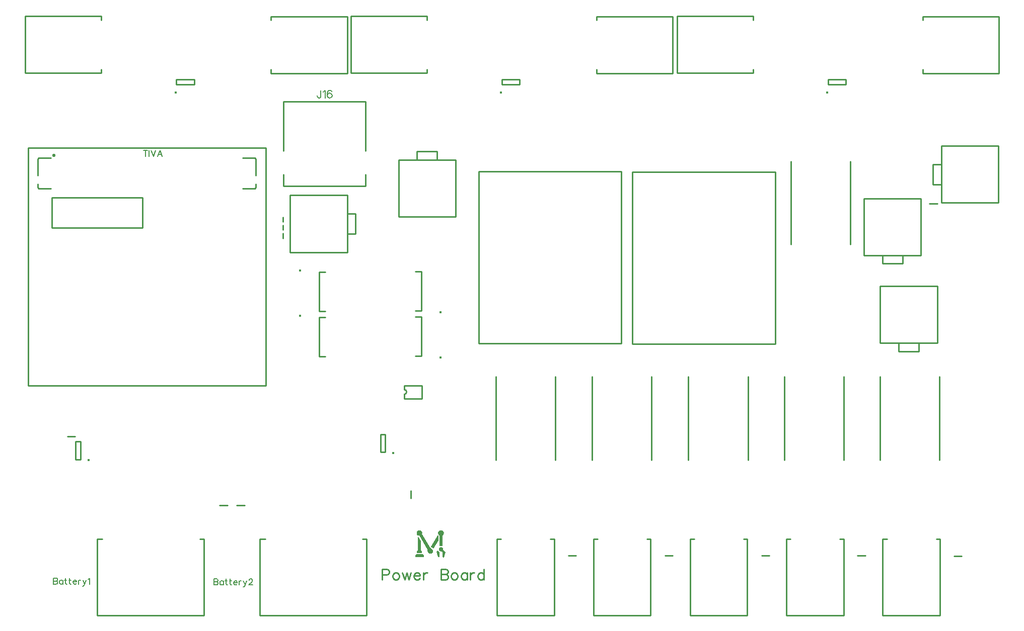
<source format=gto>
G04 DipTrace 3.0.0.2*
G04 Power_Current.GTO*
%MOMM*%
G04 #@! TF.FileFunction,Legend,Top*
G04 #@! TF.Part,Single*
%ADD10C,0.25*%
%ADD25C,0.548*%
%ADD35O,0.39184X0.39109*%
%ADD43O,0.39103X0.39118*%
%ADD47O,0.39118X0.39103*%
%ADD113C,0.19608*%
%ADD114C,0.15686*%
%ADD115C,0.27451*%
%FSLAX35Y35*%
G04*
G71*
G90*
G75*
G01*
G04 TopSilk*
%LPD*%
X5397500Y7077500D2*
D10*
Y6997500D1*
Y7215000D2*
Y7135000D1*
Y7352500D2*
Y7272500D1*
X9957500Y1927426D2*
X9897500D1*
X8997500D2*
X9067484D1*
X9957500D2*
Y647527D1*
X8997500Y1927426D2*
Y647527D1*
X9957500D2*
X8997500D1*
X11582500Y1927426D2*
X11522500D1*
X10622500D2*
X10692484D1*
X11582500D2*
Y647527D1*
X10622500Y1927426D2*
Y647527D1*
X11582500D2*
X10622500D1*
X13207500Y1927426D2*
X13147500D1*
X12247500D2*
X12317484D1*
X13207500D2*
Y647527D1*
X12247500Y1927426D2*
Y647527D1*
X13207500D2*
X12247500D1*
X14825750Y1927426D2*
X14765750D1*
X13865750D2*
X13935734D1*
X14825750D2*
Y647527D1*
X13865750Y1927426D2*
Y647527D1*
X14825750D2*
X13865750D1*
X16445000Y1927426D2*
X16385000D1*
X15485000D2*
X15554984D1*
X16445000D2*
Y647527D1*
X15485000Y1927426D2*
Y647527D1*
X16445000D2*
X15485000D1*
X15167500Y7667500D2*
X16127500D1*
Y6707530D1*
X15167500D1*
Y7667500D1*
X15477484Y6707530D2*
X15817516D1*
Y6567500D1*
X15477484D1*
Y6707530D1*
X8302500Y7357500D2*
X7342500D1*
Y8317470D1*
X8302500D1*
Y7357500D1*
X7992516Y8317470D2*
X7652484D1*
Y8457500D1*
X7992516D1*
Y8317470D1*
X17430000Y8552500D2*
X16470030D1*
Y7592500D1*
X17430000D1*
Y8552500D1*
X16470030Y8242516D2*
X16330000D1*
Y7902484D1*
X16470030D1*
Y8242516D1*
X5520000Y6760000D2*
X6479970D1*
Y7720000D1*
X5520000D1*
Y6760000D1*
X6479970Y7069984D2*
X6620000D1*
Y7410016D1*
X6479970D1*
Y7069984D1*
X15442500Y6192500D2*
X16402500D1*
Y5232530D1*
X15442500D1*
Y6192500D1*
X15752484Y5232530D2*
X16092516D1*
Y5092500D1*
X15752484D1*
Y5232530D1*
X2270000Y647500D2*
Y1927416D1*
X2360000D1*
X2270000Y647500D2*
X4070000D1*
Y1927416D1*
X3999980D1*
X5007500Y647500D2*
Y1927416D1*
X5097500D1*
X5007500Y647500D2*
X6807500D1*
Y1927416D1*
X6737480D1*
X1515500Y7677000D2*
X3039500D1*
Y7169000D1*
X1515500D1*
Y7677000D1*
X4942440Y7851717D2*
X4924440Y7833317D1*
X4722840D1*
Y8346517D2*
X4924440D1*
X4942440Y8328117D1*
Y8053317D1*
X1295640Y7833317D2*
X1277640Y7851717D1*
X1497640Y7833317D2*
X1295640D1*
Y8346517D2*
X1497640D1*
X1277640Y8328117D2*
X1295640Y8346517D1*
X1277640Y8328117D2*
Y8053317D1*
Y7906917D2*
Y7851717D1*
X4942440D2*
Y7906917D1*
D25*
X1543440Y8392317D3*
X1110040Y4514917D2*
D10*
X5110040D1*
Y8514917D1*
X1110040D1*
Y4514917D1*
X6790038Y9300000D2*
X5409962D1*
X6790038D2*
Y8470080D1*
X5409962Y9300000D2*
Y8469937D1*
X6790038Y8069940D2*
Y7875000D1*
X5409962D1*
Y8069940D1*
X11087500Y8122500D2*
X8687500D1*
Y5222500D1*
X11087500D1*
Y8122500D1*
X4464950Y2497500D2*
X4335050D1*
X4752450D2*
X4622550D1*
X7437492Y4297474D2*
X7737508D1*
Y4517526D2*
X7437492D1*
X7737508D2*
Y4297474D1*
X7437492D2*
Y4367480D1*
Y4447520D2*
Y4517526D1*
Y4367480D2*
G03X7437492Y4447520I-28J40020D01*
G01*
X6011536Y5662471D2*
Y5002500D1*
X6108705Y5662471D2*
X6011536D1*
X6108705Y5002500D2*
X6011536D1*
D35*
X5688095Y5690159D3*
X7725964Y5012529D2*
D10*
Y5672500D1*
X7628795Y5012529D2*
X7725964D1*
X7628795Y5672500D2*
X7725964D1*
D35*
X8049405Y4984841D3*
X6011536Y6424971D2*
D10*
Y5765000D1*
X6108705Y6424971D2*
X6011536D1*
X6108705Y5765000D2*
X6011536D1*
D35*
X5688095Y6452659D3*
X7725964Y5775029D2*
D10*
Y6435000D1*
X7628795Y5775029D2*
X7725964D1*
X7628795Y6435000D2*
X7725964D1*
D35*
X8049405Y5747341D3*
X10327450Y1655053D2*
D10*
X10197550D1*
X9980000Y4664013D2*
Y3263987D1*
X8980000Y4664013D2*
Y3263987D1*
X11952450Y1655053D2*
X11822550D1*
X11592500Y4664013D2*
Y3263987D1*
X10592500Y4664013D2*
Y3263987D1*
X13577450Y1655053D2*
X13447550D1*
X13217500Y4664013D2*
Y3263987D1*
X12217500Y4664013D2*
Y3263987D1*
X15189950Y1655053D2*
X15060050D1*
X14830000Y4664013D2*
Y3263987D1*
X13830000Y4664013D2*
Y3263987D1*
X16814950Y1642553D2*
X16685050D1*
X16442500Y4664013D2*
Y3263987D1*
X15442500Y4664013D2*
Y3263987D1*
X16272550Y7582447D2*
X16402450D1*
X14942500Y8289013D2*
Y6888987D1*
X13942500Y8289013D2*
Y6888987D1*
X1902450Y3657447D2*
X1772550D1*
D43*
X2129728Y3256639D3*
X1992402Y3270006D2*
D10*
Y3570000D1*
X1912416Y3270006D2*
Y3570000D1*
X1992402D2*
X1912416D1*
X1992402Y3270006D2*
X1912416D1*
X7550053Y2744950D2*
Y2615050D1*
D43*
X7254728Y3381639D3*
X7117402Y3395006D2*
D10*
Y3695000D1*
X7037416Y3395006D2*
Y3695000D1*
X7117402D2*
X7037416D1*
X7117402Y3395006D2*
X7037416D1*
X11275000Y5215000D2*
X13675000D1*
Y8115000D1*
X11275000D1*
Y5215000D1*
G36*
X7621000Y1623940D2*
Y1662040D1*
X7646400Y1677280D1*
X7740380D1*
X7765780Y1662040D1*
Y1623940D1*
D1*
X7621000D1*
G37*
G36*
X7648940Y1695060D2*
Y1730620D1*
X7666720Y1743320D1*
Y1971920D1*
X7679420Y1969380D1*
X7720060Y1900800D1*
Y1740780D1*
X7737840Y1730620D1*
Y1695060D1*
X7740380D1*
X7648940D1*
G37*
G36*
X7689580Y1987160D2*
X7669260Y1992240D1*
X7654020Y2007480D1*
X7646400Y2032880D1*
X7651480Y2055740D1*
X7669260Y2073520D1*
X7694660Y2078600D1*
X7717520Y2073520D1*
X7735300Y2053200D1*
X7740380Y2030340D1*
X7735300Y2012560D1*
X7877540Y1778880D1*
X7897860Y1773800D1*
X7915640Y1756020D1*
X7923260Y1733160D1*
X7918180Y1707760D1*
X7897860Y1689980D1*
X7875000Y1684900D1*
X7852140Y1689980D1*
X7834360Y1707760D1*
X7826740Y1733160D1*
X7831820Y1756020D1*
X7689580Y1987160D1*
G37*
G36*
X7890240Y1794120D2*
X7908020Y1789040D1*
X7928340Y1768720D1*
X8012160Y1905880D1*
Y1987160D1*
X8002000Y1997320D1*
X7885160Y1804280D1*
X7890240Y1794120D1*
G37*
G36*
X8029940Y1994780D2*
X8014700Y2007480D1*
X8007080Y2032880D1*
X8014700Y2055740D1*
X8032480Y2073520D1*
X8055340Y2078600D1*
X8080740Y2073520D1*
X8098520Y2055740D1*
X8103600Y2030340D1*
X8095980Y2007480D1*
X8083280Y1994780D1*
Y1809360D1*
X8055340Y1816980D1*
X8029940Y1809360D1*
D1*
Y1994780D1*
G37*
G36*
X8004540Y1740780D2*
X8007080Y1730620D1*
X8027400Y1710300D1*
X8035020D1*
X8029940Y1705220D1*
Y1626480D1*
X8002000Y1623940D1*
X7981680Y1717920D1*
X8004540Y1740780D1*
G37*
G36*
X8024860Y1778880D2*
X8019780Y1761100D1*
X8024860Y1740780D1*
X8037560Y1728080D1*
X8055340Y1723000D1*
X8065500Y1725540D1*
X8083280Y1705220D1*
Y1626480D1*
X8111220Y1621400D1*
X8129000Y1715380D1*
X8090900Y1753480D1*
X8093440Y1761100D1*
X8088360Y1778880D1*
X8075660Y1791580D1*
X8057880Y1796660D1*
X8037560Y1791580D1*
X8024860Y1778880D1*
G37*
X2342176Y9779750D2*
D10*
Y9839750D1*
Y10739750D2*
Y10669766D1*
Y9779750D2*
X1062277D1*
X2342176Y10739750D2*
X1062277D1*
Y9779750D2*
Y10739750D1*
X5197574Y10732500D2*
Y10672500D1*
Y9772500D2*
Y9842484D1*
Y10732500D2*
X6477473D1*
X5197574Y9772500D2*
X6477473D1*
Y10732500D2*
Y9772500D1*
D47*
X3590389Y9451898D3*
X3603756Y9589225D2*
D10*
X3903750D1*
X3603756Y9669211D2*
X3903750D1*
Y9589225D2*
Y9669211D1*
X3603756Y9589225D2*
Y9669211D1*
X7817176Y9779750D2*
Y9839750D1*
Y10739750D2*
Y10669766D1*
Y9779750D2*
X6537277D1*
X7817176Y10739750D2*
X6537277D1*
Y9779750D2*
Y10739750D1*
X10672574Y10732500D2*
Y10672500D1*
Y9772500D2*
Y9842484D1*
Y10732500D2*
X11952473D1*
X10672574Y9772500D2*
X11952473D1*
Y10732500D2*
Y9772500D1*
D47*
X9065389Y9451898D3*
X9078756Y9589225D2*
D10*
X9378750D1*
X9078756Y9669211D2*
X9378750D1*
Y9589225D2*
Y9669211D1*
X9078756Y9589225D2*
Y9669211D1*
X13304676Y9779750D2*
Y9839750D1*
Y10739750D2*
Y10669766D1*
Y9779750D2*
X12024777D1*
X13304676Y10739750D2*
X12024777D1*
Y9779750D2*
Y10739750D1*
X16160074Y10732500D2*
Y10672500D1*
Y9772500D2*
Y9842484D1*
Y10732500D2*
X17439973D1*
X16160074Y9772500D2*
X17439973D1*
Y10732500D2*
Y9772500D1*
D47*
X14552889Y9451898D3*
X14566256Y9589225D2*
D10*
X14866250D1*
X14566256Y9669211D2*
X14866250D1*
Y9589225D2*
Y9669211D1*
X14566256Y9589225D2*
Y9669211D1*
X6036498Y9485987D2*
D113*
Y9388840D1*
X6030461Y9370590D1*
X6024284Y9364554D1*
X6012211Y9358377D1*
X5999998D1*
X5987925Y9364554D1*
X5981888Y9370590D1*
X5975711Y9388840D1*
Y9400914D1*
X6075713Y9461560D2*
X6087927Y9467737D1*
X6106177Y9485846D1*
Y9358377D1*
X6218252Y9467737D2*
X6212216Y9479810D1*
X6193966Y9485846D1*
X6181893D1*
X6163643Y9479810D1*
X6151429Y9461560D1*
X6145393Y9431237D1*
Y9400914D1*
X6151429Y9376627D1*
X6163643Y9364414D1*
X6181893Y9358377D1*
X6187929D1*
X6206039Y9364414D1*
X6218252Y9376627D1*
X6224289Y9394877D1*
Y9400914D1*
X6218252Y9419164D1*
X6206039Y9431237D1*
X6187929Y9437273D1*
X6181893D1*
X6163643Y9431237D1*
X6151429Y9419164D1*
X6145393Y9400914D1*
X1538236Y1272647D2*
D114*
Y1170559D1*
X1582036D1*
X1596636Y1175500D1*
X1601466Y1180330D1*
X1606295Y1189988D1*
Y1204588D1*
X1601466Y1214359D1*
X1596636Y1219188D1*
X1582036Y1224017D1*
X1596636Y1228959D1*
X1601466Y1233788D1*
X1606295Y1243447D1*
Y1253217D1*
X1601466Y1262876D1*
X1596636Y1267817D1*
X1582036Y1272647D1*
X1538236D1*
Y1224017D2*
X1582036D1*
X1695955Y1238617D2*
Y1170559D1*
Y1224017D2*
X1686297Y1233788D1*
X1676526Y1238617D1*
X1662038D1*
X1652267Y1233788D1*
X1642609Y1224017D1*
X1637667Y1209417D1*
Y1199759D1*
X1642609Y1185159D1*
X1652267Y1175500D1*
X1662038Y1170559D1*
X1676526D1*
X1686297Y1175500D1*
X1695955Y1185159D1*
X1741928Y1272647D2*
Y1189988D1*
X1746757Y1175500D1*
X1756528Y1170559D1*
X1766186D1*
X1727328Y1238617D2*
X1761357D1*
X1812159Y1272647D2*
Y1189988D1*
X1816988Y1175500D1*
X1826759Y1170559D1*
X1836417D1*
X1797559Y1238617D2*
X1831588D1*
X1867790Y1209417D2*
X1926077D1*
Y1219188D1*
X1921248Y1228959D1*
X1916419Y1233788D1*
X1906648Y1238617D1*
X1892048D1*
X1882390Y1233788D1*
X1872619Y1224017D1*
X1867790Y1209417D1*
Y1199759D1*
X1872619Y1185159D1*
X1882390Y1175500D1*
X1892048Y1170559D1*
X1906648D1*
X1916419Y1175500D1*
X1926077Y1185159D1*
X1957450Y1238617D2*
Y1170559D1*
Y1209417D2*
X1962392Y1224017D1*
X1972050Y1233788D1*
X1981821Y1238617D1*
X1996421D1*
X2032735D2*
X2061823Y1170559D1*
X2052164Y1151130D1*
X2042393Y1141359D1*
X2032735Y1136530D1*
X2027793D1*
X2091023Y1238617D2*
X2061823Y1170559D1*
X2122395Y1253105D2*
X2132166Y1258047D1*
X2146766Y1272534D1*
Y1170559D1*
X4238236Y1260147D2*
Y1158059D1*
X4282036D1*
X4296636Y1163000D1*
X4301466Y1167830D1*
X4306295Y1177488D1*
Y1192088D1*
X4301466Y1201859D1*
X4296636Y1206688D1*
X4282036Y1211517D1*
X4296636Y1216459D1*
X4301466Y1221288D1*
X4306295Y1230947D1*
Y1240717D1*
X4301466Y1250376D1*
X4296636Y1255317D1*
X4282036Y1260147D1*
X4238236D1*
Y1211517D2*
X4282036D1*
X4395955Y1226117D2*
Y1158059D1*
Y1211517D2*
X4386297Y1221288D1*
X4376526Y1226117D1*
X4362038D1*
X4352267Y1221288D1*
X4342609Y1211517D1*
X4337667Y1196917D1*
Y1187259D1*
X4342609Y1172659D1*
X4352267Y1163000D1*
X4362038Y1158059D1*
X4376526D1*
X4386297Y1163000D1*
X4395955Y1172659D1*
X4441928Y1260147D2*
Y1177488D1*
X4446757Y1163000D1*
X4456528Y1158059D1*
X4466186D1*
X4427328Y1226117D2*
X4461357D1*
X4512159Y1260147D2*
Y1177488D1*
X4516988Y1163000D1*
X4526759Y1158059D1*
X4536417D1*
X4497559Y1226117D2*
X4531588D1*
X4567790Y1196917D2*
X4626077D1*
Y1206688D1*
X4621248Y1216459D1*
X4616419Y1221288D1*
X4606648Y1226117D1*
X4592048D1*
X4582390Y1221288D1*
X4572619Y1211517D1*
X4567790Y1196917D1*
Y1187259D1*
X4572619Y1172659D1*
X4582390Y1163000D1*
X4592048Y1158059D1*
X4606648D1*
X4616419Y1163000D1*
X4626077Y1172659D1*
X4657450Y1226117D2*
Y1158059D1*
Y1196917D2*
X4662392Y1211517D1*
X4672050Y1221288D1*
X4681821Y1226117D1*
X4696421D1*
X4732735D2*
X4761823Y1158059D1*
X4752164Y1138630D1*
X4742393Y1128859D1*
X4732735Y1124030D1*
X4727793D1*
X4791023Y1226117D2*
X4761823Y1158059D1*
X4827337Y1235776D2*
Y1240605D1*
X4832166Y1250376D1*
X4836995Y1255205D1*
X4846766Y1260034D1*
X4866195D1*
X4875854Y1255205D1*
X4880683Y1250376D1*
X4885624Y1240605D1*
Y1230947D1*
X4880683Y1221176D1*
X4871024Y1206688D1*
X4822395Y1158059D1*
X4890454D1*
X7069119Y1333643D2*
D115*
X7145769D1*
X7171122Y1342094D1*
X7179770Y1350741D1*
X7188221Y1367644D1*
Y1393194D1*
X7179770Y1410096D1*
X7171122Y1418744D1*
X7145769Y1427195D1*
X7069119D1*
Y1248541D1*
X7285575Y1367644D2*
X7268673Y1359193D1*
X7251574Y1342094D1*
X7243123Y1316544D1*
Y1299641D1*
X7251574Y1274091D1*
X7268673Y1257189D1*
X7285575Y1248541D1*
X7311125D1*
X7328224Y1257189D1*
X7345127Y1274091D1*
X7353774Y1299641D1*
Y1316544D1*
X7345127Y1342094D1*
X7328224Y1359193D1*
X7311125Y1367644D1*
X7285575D1*
X7408676D2*
X7442677Y1248541D1*
X7476679Y1367644D1*
X7510680Y1248541D1*
X7544681Y1367644D1*
X7599583Y1316544D2*
X7701586D1*
Y1333643D1*
X7693135Y1350741D1*
X7684684Y1359193D1*
X7667585Y1367644D1*
X7642035D1*
X7625133Y1359193D1*
X7608034Y1342094D1*
X7599583Y1316544D1*
Y1299641D1*
X7608034Y1274091D1*
X7625133Y1257189D1*
X7642035Y1248541D1*
X7667585D1*
X7684684Y1257189D1*
X7701586Y1274091D1*
X7756488Y1367644D2*
Y1248541D1*
Y1316544D2*
X7765136Y1342094D1*
X7782038Y1359193D1*
X7799137Y1367644D1*
X7824687D1*
X8052414Y1427195D2*
Y1248541D1*
X8129064D1*
X8154614Y1257189D1*
X8163065Y1265640D1*
X8171516Y1282543D1*
Y1308093D1*
X8163065Y1325191D1*
X8154614Y1333643D1*
X8129064Y1342094D1*
X8154614Y1350741D1*
X8163065Y1359193D1*
X8171516Y1376095D1*
Y1393194D1*
X8163065Y1410096D1*
X8154614Y1418744D1*
X8129064Y1427195D1*
X8052414D1*
Y1342094D2*
X8129064D1*
X8268871Y1367644D2*
X8251968Y1359193D1*
X8234869Y1342094D1*
X8226418Y1316544D1*
Y1299641D1*
X8234869Y1274091D1*
X8251968Y1257189D1*
X8268871Y1248541D1*
X8294421D1*
X8311519Y1257189D1*
X8328422Y1274091D1*
X8337069Y1299641D1*
Y1316544D1*
X8328422Y1342094D1*
X8311519Y1359193D1*
X8294421Y1367644D1*
X8268871D1*
X8493975D2*
Y1248541D1*
Y1342094D2*
X8477073Y1359193D1*
X8459974Y1367644D1*
X8434620D1*
X8417521Y1359193D1*
X8400619Y1342094D1*
X8391971Y1316544D1*
Y1299641D1*
X8400619Y1274091D1*
X8417521Y1257189D1*
X8434620Y1248541D1*
X8459974D1*
X8477073Y1257189D1*
X8493975Y1274091D1*
X8548877Y1367644D2*
Y1248541D1*
Y1316544D2*
X8557525Y1342094D1*
X8574427Y1359193D1*
X8591526Y1367644D1*
X8617076D1*
X8773981Y1427195D2*
Y1248541D1*
Y1342094D2*
X8757079Y1359193D1*
X8739980Y1367644D1*
X8714430D1*
X8697528Y1359193D1*
X8680429Y1342094D1*
X8671978Y1316544D1*
Y1299641D1*
X8680429Y1274091D1*
X8697528Y1257189D1*
X8714430Y1248541D1*
X8739980D1*
X8757079Y1257189D1*
X8773981Y1274091D1*
X3084312Y8476857D2*
D114*
Y8374769D1*
X3050283Y8476857D2*
X3118342D1*
X3149714D2*
Y8374769D1*
X3181087Y8476857D2*
X3219945Y8374769D1*
X3258804Y8476857D1*
X3368005Y8374769D2*
X3329035Y8476857D1*
X3290176Y8374769D1*
X3304776Y8408798D2*
X3353405D1*
M02*

</source>
